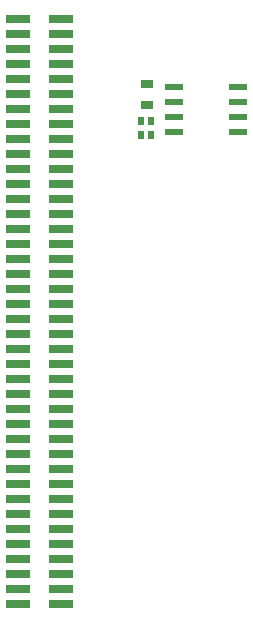
<source format=gbr>
G04 #@! TF.GenerationSoftware,KiCad,Pcbnew,(5.0.0-rc2-dev-107-g49486b83b)*
G04 #@! TF.CreationDate,2018-03-18T11:38:35+08:00*
G04 #@! TF.ProjectId,ebox-i2c-eeprom,65626F782D6932632D656570726F6D2E,rev?*
G04 #@! TF.SameCoordinates,Original*
G04 #@! TF.FileFunction,Paste,Bot*
G04 #@! TF.FilePolarity,Positive*
%FSLAX46Y46*%
G04 Gerber Fmt 4.6, Leading zero omitted, Abs format (unit mm)*
G04 Created by KiCad (PCBNEW (5.0.0-rc2-dev-107-g49486b83b)) date 03/18/18 11:38:35*
%MOMM*%
%LPD*%
G01*
G04 APERTURE LIST*
%ADD10R,2.100000X0.750000*%
%ADD11R,0.575000X0.650000*%
%ADD12R,1.000000X0.670000*%
%ADD13R,1.550000X0.600000*%
G04 APERTURE END LIST*
D10*
X24300000Y-62265000D03*
X20700000Y-62265000D03*
X24300000Y-60995000D03*
X20700000Y-60995000D03*
X24300000Y-59725000D03*
X20700000Y-59725000D03*
X24300000Y-58455000D03*
X20700000Y-58455000D03*
X24300000Y-57185000D03*
X20700000Y-57185000D03*
X24300000Y-55915000D03*
X20700000Y-55915000D03*
X24300000Y-54645000D03*
X20700000Y-54645000D03*
X24300000Y-53375000D03*
X20700000Y-53375000D03*
X24300000Y-52105000D03*
X20700000Y-52105000D03*
X24300000Y-50835000D03*
X20700000Y-50835000D03*
X24300000Y-49565000D03*
X20700000Y-49565000D03*
X24300000Y-48295000D03*
X20700000Y-48295000D03*
X24300000Y-47025000D03*
X20700000Y-47025000D03*
X24300000Y-45755000D03*
X20700000Y-45755000D03*
X24300000Y-44485000D03*
X20700000Y-44485000D03*
X24300000Y-43215000D03*
X20700000Y-43215000D03*
X24300000Y-41945000D03*
X20700000Y-41945000D03*
X24300000Y-40675000D03*
X20700000Y-40675000D03*
X24300000Y-39405000D03*
X20700000Y-39405000D03*
X24300000Y-38135000D03*
X20700000Y-38135000D03*
X24300000Y-36865000D03*
X20700000Y-36865000D03*
X24300000Y-35595000D03*
X20700000Y-35595000D03*
X24300000Y-34325000D03*
X20700000Y-34325000D03*
X24300000Y-33055000D03*
X20700000Y-33055000D03*
X24300000Y-31785000D03*
X20700000Y-31785000D03*
X24300000Y-30515000D03*
X20700000Y-30515000D03*
X24300000Y-29245000D03*
X20700000Y-29245000D03*
X24300000Y-27975000D03*
X20700000Y-27975000D03*
X24300000Y-26705000D03*
X20700000Y-26705000D03*
X24300000Y-25435000D03*
X20700000Y-25435000D03*
X24300000Y-24165000D03*
X20700000Y-24165000D03*
X24300000Y-22895000D03*
X20700000Y-22895000D03*
X24300000Y-21625000D03*
X20700000Y-21625000D03*
X24300000Y-20355000D03*
X20700000Y-20355000D03*
X24300000Y-19085000D03*
X20700000Y-19085000D03*
X24300000Y-17815000D03*
X20700000Y-17815000D03*
X24300000Y-16545000D03*
X20700000Y-16545000D03*
X24300000Y-15275000D03*
X20700000Y-15275000D03*
X24300000Y-14005000D03*
X20700000Y-14005000D03*
X24300000Y-12735000D03*
X20700000Y-12735000D03*
D11*
X31114700Y-22580600D03*
X31889700Y-22580600D03*
X31114700Y-21361400D03*
X31889700Y-21361400D03*
D12*
X31572200Y-20026600D03*
X31572200Y-18276600D03*
D13*
X39283600Y-18491200D03*
X39283600Y-19761200D03*
X39283600Y-21031200D03*
X39283600Y-22301200D03*
X33883600Y-22301200D03*
X33883600Y-21031200D03*
X33883600Y-19761200D03*
X33883600Y-18491200D03*
M02*

</source>
